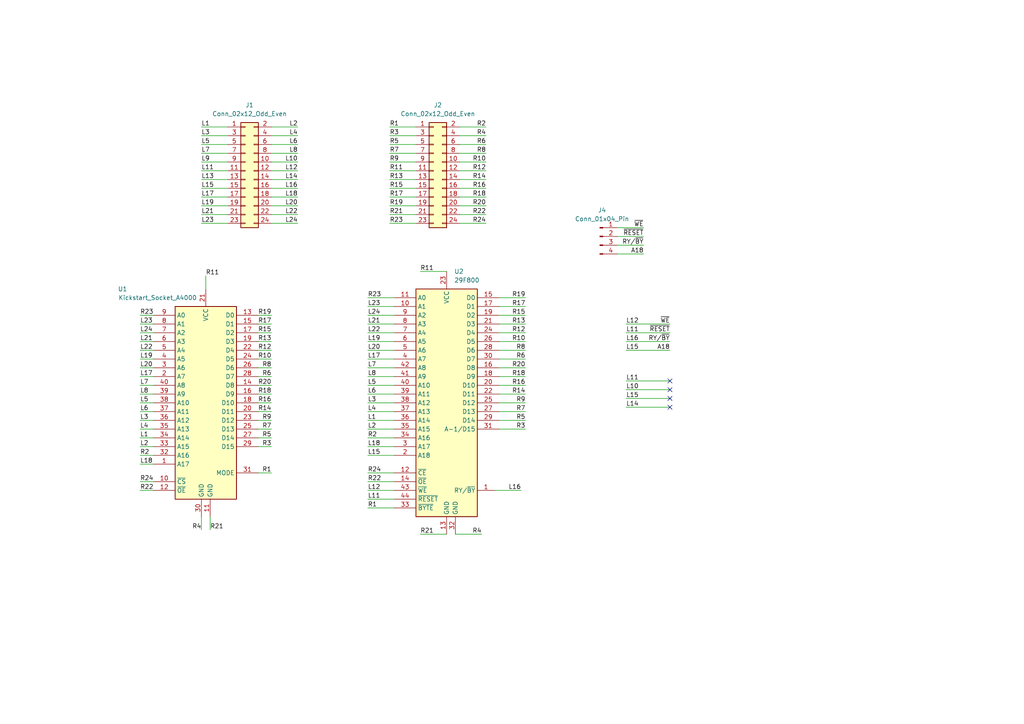
<source format=kicad_sch>
(kicad_sch (version 20230121) (generator eeschema)
  (paper "A4")
  (lib_symbols
    (symbol "Connector:Conn_01x04_Pin" (pin_names (offset 1.016) hide)
      (property "Reference" "J" (at 0 5.08 0))
      (property "Value" "Conn_01x04_Pin" (at 0 -7.62 0))
      (symbol "Conn_01x04_Pin_1_1"
        (polyline (pts (xy 1.27 -5.08) (xy 0.8636 -5.08)) (stroke (width 0.1524)))
        (polyline (pts (xy 1.27 -2.54) (xy 0.8636 -2.54)) (stroke (width 0.1524)))
        (polyline (pts (xy 1.27 0) (xy 0.8636 0)) (stroke (width 0.1524)))
        (polyline (pts (xy 1.27 2.54) (xy 0.8636 2.54)) (stroke (width 0.1524)))
        (rectangle (start 0.8636 -4.953) (end 0 -5.207) (stroke (width 0.1524)) (fill (type outline)))
        (rectangle (start 0.8636 -2.413) (end 0 -2.667) (stroke (width 0.1524)) (fill (type outline)))
        (rectangle (start 0.8636 0.127) (end 0 -0.127) (stroke (width 0.1524)) (fill (type outline)))
        (rectangle (start 0.8636 2.667) (end 0 2.413) (stroke (width 0.1524)) (fill (type outline)))
        (pin passive line (at 5.08 2.54 180) (length 3.81) (name "Pin_1") (number "1"))
        (pin passive line (at 5.08 0 180) (length 3.81) (name "Pin_2") (number "2"))
        (pin passive line (at 5.08 -2.54 180) (length 3.81) (name "Pin_3") (number "3"))
        (pin passive line (at 5.08 -5.08 180) (length 3.81) (name "Pin_4") (number "4"))
      )
    )
    (symbol "Connector_Generic:Conn_02x12_Odd_Even" (pin_names (offset 1.016) hide)
      (property "Reference" "J" (at 1.27 15.24 0))
      (property "Value" "Conn_02x12_Odd_Even" (at 1.27 -17.78 0))
      (symbol "Conn_02x12_Odd_Even_1_1"
        (rectangle (start -1.27 -15.113) (end 0 -15.367) (stroke (width 0.1524)))
        (rectangle (start -1.27 -12.573) (end 0 -12.827) (stroke (width 0.1524)))
        (rectangle (start -1.27 -10.033) (end 0 -10.287) (stroke (width 0.1524)))
        (rectangle (start -1.27 -7.493) (end 0 -7.747) (stroke (width 0.1524)))
        (rectangle (start -1.27 -4.953) (end 0 -5.207) (stroke (width 0.1524)))
        (rectangle (start -1.27 -2.413) (end 0 -2.667) (stroke (width 0.1524)))
        (rectangle (start -1.27 0.127) (end 0 -0.127) (stroke (width 0.1524)))
        (rectangle (start -1.27 2.667) (end 0 2.413) (stroke (width 0.1524)))
        (rectangle (start -1.27 5.207) (end 0 4.953) (stroke (width 0.1524)))
        (rectangle (start -1.27 7.747) (end 0 7.493) (stroke (width 0.1524)))
        (rectangle (start -1.27 10.287) (end 0 10.033) (stroke (width 0.1524)))
        (rectangle (start -1.27 12.827) (end 0 12.573) (stroke (width 0.1524)))
        (rectangle (start -1.27 13.97) (end 3.81 -16.51) (stroke (width 0.254)) (fill (type background)))
        (rectangle (start 3.81 -15.113) (end 2.54 -15.367) (stroke (width 0.1524)))
        (rectangle (start 3.81 -12.573) (end 2.54 -12.827) (stroke (width 0.1524)))
        (rectangle (start 3.81 -10.033) (end 2.54 -10.287) (stroke (width 0.1524)))
        (rectangle (start 3.81 -7.493) (end 2.54 -7.747) (stroke (width 0.1524)))
        (rectangle (start 3.81 -4.953) (end 2.54 -5.207) (stroke (width 0.1524)))
        (rectangle (start 3.81 -2.413) (end 2.54 -2.667) (stroke (width 0.1524)))
        (rectangle (start 3.81 0.127) (end 2.54 -0.127) (stroke (width 0.1524)))
        (rectangle (start 3.81 2.667) (end 2.54 2.413) (stroke (width 0.1524)))
        (rectangle (start 3.81 5.207) (end 2.54 4.953) (stroke (width 0.1524)))
        (rectangle (start 3.81 7.747) (end 2.54 7.493) (stroke (width 0.1524)))
        (rectangle (start 3.81 10.287) (end 2.54 10.033) (stroke (width 0.1524)))
        (rectangle (start 3.81 12.827) (end 2.54 12.573) (stroke (width 0.1524)))
        (pin passive line (at -5.08 12.7 0) (length 3.81) (name "Pin_1") (number "1"))
        (pin passive line (at 7.62 2.54 180) (length 3.81) (name "Pin_10") (number "10"))
        (pin passive line (at -5.08 0 0) (length 3.81) (name "Pin_11") (number "11"))
        (pin passive line (at 7.62 0 180) (length 3.81) (name "Pin_12") (number "12"))
        (pin passive line (at -5.08 -2.54 0) (length 3.81) (name "Pin_13") (number "13"))
        (pin passive line (at 7.62 -2.54 180) (length 3.81) (name "Pin_14") (number "14"))
        (pin passive line (at -5.08 -5.08 0) (length 3.81) (name "Pin_15") (number "15"))
        (pin passive line (at 7.62 -5.08 180) (length 3.81) (name "Pin_16") (number "16"))
        (pin passive line (at -5.08 -7.62 0) (length 3.81) (name "Pin_17") (number "17"))
        (pin passive line (at 7.62 -7.62 180) (length 3.81) (name "Pin_18") (number "18"))
        (pin passive line (at -5.08 -10.16 0) (length 3.81) (name "Pin_19") (number "19"))
        (pin passive line (at 7.62 12.7 180) (length 3.81) (name "Pin_2") (number "2"))
        (pin passive line (at 7.62 -10.16 180) (length 3.81) (name "Pin_20") (number "20"))
        (pin passive line (at -5.08 -12.7 0) (length 3.81) (name "Pin_21") (number "21"))
        (pin passive line (at 7.62 -12.7 180) (length 3.81) (name "Pin_22") (number "22"))
        (pin passive line (at -5.08 -15.24 0) (length 3.81) (name "Pin_23") (number "23"))
        (pin passive line (at 7.62 -15.24 180) (length 3.81) (name "Pin_24") (number "24"))
        (pin passive line (at -5.08 10.16 0) (length 3.81) (name "Pin_3") (number "3"))
        (pin passive line (at 7.62 10.16 180) (length 3.81) (name "Pin_4") (number "4"))
        (pin passive line (at -5.08 7.62 0) (length 3.81) (name "Pin_5") (number "5"))
        (pin passive line (at 7.62 7.62 180) (length 3.81) (name "Pin_6") (number "6"))
        (pin passive line (at -5.08 5.08 0) (length 3.81) (name "Pin_7") (number "7"))
        (pin passive line (at 7.62 5.08 180) (length 3.81) (name "Pin_8") (number "8"))
        (pin passive line (at -5.08 2.54 0) (length 3.81) (name "Pin_9") (number "9"))
      )
    )
    (symbol "Memory_Flash_29F800:29F800"
      (property "Reference" "U" (at -5.08 36.195 0))
      (property "Value" "29F800" (at -5.08 34.29 0))
      (symbol "29F800_0_1"
        (rectangle (start -8.89 33.02) (end 8.89 -33.02) (stroke (width 0.254)) (fill (type background)))
      )
      (symbol "29F800_1_1"
        (pin output line (at 13.97 -25.4 180) (length 5.08) (name "RY/~{BY}") (number "1"))
        (pin input line (at -15.24 27.94 0) (length 6.35) (name "A1") (number "10"))
        (pin input line (at -15.24 30.48 0) (length 6.35) (name "A0") (number "11"))
        (pin input line (at -15.24 -20.32 0) (length 6.35) (name "~{CE}") (number "12"))
        (pin power_in line (at 0 -38.1 90) (length 5.08) (name "GND") (number "13"))
        (pin input line (at -15.24 -22.86 0) (length 6.35) (name "~{OE}") (number "14"))
        (pin tri_state line (at 15.24 30.48 180) (length 6.35) (name "D0") (number "15"))
        (pin tri_state line (at 15.24 10.16 180) (length 6.35) (name "D8") (number "16"))
        (pin tri_state line (at 15.24 27.94 180) (length 6.35) (name "D1") (number "17"))
        (pin tri_state line (at 15.24 7.62 180) (length 6.35) (name "D9") (number "18"))
        (pin tri_state line (at 15.24 25.4 180) (length 6.35) (name "D2") (number "19"))
        (pin input line (at -15.24 -15.24 0) (length 6.35) (name "A18") (number "2"))
        (pin tri_state line (at 15.24 5.08 180) (length 6.35) (name "D10") (number "20"))
        (pin tri_state line (at 15.24 22.86 180) (length 6.35) (name "D3") (number "21"))
        (pin tri_state line (at 15.24 2.54 180) (length 6.35) (name "D11") (number "22"))
        (pin power_in line (at 0 38.1 270) (length 5.08) (name "VCC") (number "23"))
        (pin tri_state line (at 15.24 20.32 180) (length 6.35) (name "D4") (number "24"))
        (pin tri_state line (at 15.24 0 180) (length 6.35) (name "D12") (number "25"))
        (pin tri_state line (at 15.24 17.78 180) (length 6.35) (name "D5") (number "26"))
        (pin tri_state line (at 15.24 -2.54 180) (length 6.35) (name "D13") (number "27"))
        (pin tri_state line (at 15.24 15.24 180) (length 6.35) (name "D6") (number "28"))
        (pin tri_state line (at 15.24 -5.08 180) (length 6.35) (name "D14") (number "29"))
        (pin input line (at -15.24 -12.7 0) (length 6.35) (name "A17") (number "3"))
        (pin tri_state line (at 15.24 12.7 180) (length 6.35) (name "D7") (number "30"))
        (pin tri_state line (at 15.24 -7.62 180) (length 6.35) (name "A-1/D15") (number "31"))
        (pin power_in line (at 2.54 -38.1 90) (length 5.08) (name "GND") (number "32"))
        (pin input line (at -15.24 -30.48 0) (length 6.35) (name "~{BYTE}") (number "33"))
        (pin input line (at -15.24 -10.16 0) (length 6.35) (name "A16") (number "34"))
        (pin input line (at -15.24 -7.62 0) (length 6.35) (name "A15") (number "35"))
        (pin input line (at -15.24 -5.08 0) (length 6.35) (name "A14") (number "36"))
        (pin input line (at -15.24 -2.54 0) (length 6.35) (name "A13") (number "37"))
        (pin input line (at -15.24 0 0) (length 6.35) (name "A12") (number "38"))
        (pin input line (at -15.24 2.54 0) (length 6.35) (name "A11") (number "39"))
        (pin input line (at -15.24 12.7 0) (length 6.35) (name "A7") (number "4"))
        (pin input line (at -15.24 5.08 0) (length 6.35) (name "A10") (number "40"))
        (pin input line (at -15.24 7.62 0) (length 6.35) (name "A9") (number "41"))
        (pin input line (at -15.24 10.16 0) (length 6.35) (name "A8") (number "42"))
        (pin input line (at -15.24 -25.4 0) (length 6.35) (name "~{WE}") (number "43"))
        (pin input line (at -15.24 -27.94 0) (length 6.35) (name "~{RESET}") (number "44"))
        (pin input line (at -15.24 15.24 0) (length 6.35) (name "A6") (number "5"))
        (pin input line (at -15.24 17.78 0) (length 6.35) (name "A5") (number "6"))
        (pin input line (at -15.24 20.32 0) (length 6.35) (name "A4") (number "7"))
        (pin input line (at -15.24 22.86 0) (length 6.35) (name "A3") (number "8"))
        (pin input line (at -15.24 25.4 0) (length 6.35) (name "A2") (number "9"))
      )
    )
    (symbol "Memory_Flash_29F800:Kickstart_Socket_A4000"
      (property "Reference" "U1" (at -24.13 33.02 0))
      (property "Value" "Kickstart_Socket_A4000" (at -13.97 30.48 0))
      (symbol "Kickstart_Socket_A4000_0_1"
        (rectangle (start -8.89 27.94) (end 8.89 -27.94) (stroke (width 0.254)) (fill (type background)))
      )
      (symbol "Kickstart_Socket_A4000_1_1"
        (pin output line (at -15.24 -17.78 0) (length 6.35) (name "A17") (number "1"))
        (pin output line (at -15.24 -22.86 0) (length 6.35) (name "~{CS}") (number "10"))
        (pin power_out line (at 1.27 -33.02 90) (length 5.08) (name "GND") (number "11"))
        (pin output line (at -15.24 -25.4 0) (length 6.35) (name "~{OE}") (number "12"))
        (pin bidirectional line (at 15.24 25.4 180) (length 6.35) (name "D0") (number "13"))
        (pin bidirectional line (at 15.24 5.08 180) (length 6.35) (name "D8") (number "14"))
        (pin bidirectional line (at 15.24 22.86 180) (length 6.35) (name "D1") (number "15"))
        (pin bidirectional line (at 15.24 2.54 180) (length 6.35) (name "D9") (number "16"))
        (pin bidirectional line (at 15.24 20.32 180) (length 6.35) (name "D2") (number "17"))
        (pin bidirectional line (at 15.24 0 180) (length 6.35) (name "D10") (number "18"))
        (pin bidirectional line (at 15.24 17.78 180) (length 6.35) (name "D3") (number "19"))
        (pin output line (at -15.24 7.62 0) (length 6.35) (name "A7") (number "2"))
        (pin bidirectional line (at 15.24 -2.54 180) (length 6.35) (name "D11") (number "20"))
        (pin power_out line (at 0 33.02 270) (length 5.08) (name "VCC") (number "21"))
        (pin bidirectional line (at 15.24 15.24 180) (length 6.35) (name "D4") (number "22"))
        (pin bidirectional line (at 15.24 -5.08 180) (length 6.35) (name "D12") (number "23"))
        (pin bidirectional line (at 15.24 12.7 180) (length 6.35) (name "D5") (number "24"))
        (pin bidirectional line (at 15.24 -7.62 180) (length 6.35) (name "D13") (number "25"))
        (pin bidirectional line (at 15.24 10.16 180) (length 6.35) (name "D6") (number "26"))
        (pin bidirectional line (at 15.24 -10.16 180) (length 6.35) (name "D14") (number "27"))
        (pin bidirectional line (at 15.24 7.62 180) (length 6.35) (name "D7") (number "28"))
        (pin bidirectional line (at 15.24 -12.7 180) (length 6.35) (name "D15") (number "29"))
        (pin output line (at -15.24 10.16 0) (length 6.35) (name "A6") (number "3"))
        (pin power_out line (at -1.27 -33.02 90) (length 5.08) (name "GND") (number "30"))
        (pin output line (at 15.24 -20.32 180) (length 6.35) (name "MODE") (number "31"))
        (pin output line (at -15.24 -15.24 0) (length 6.35) (name "A16") (number "32"))
        (pin output line (at -15.24 -12.7 0) (length 6.35) (name "A15") (number "33"))
        (pin output line (at -15.24 -10.16 0) (length 6.35) (name "A14") (number "34"))
        (pin output line (at -15.24 -7.62 0) (length 6.35) (name "A13") (number "35"))
        (pin output line (at -15.24 -5.08 0) (length 6.35) (name "A12") (number "36"))
        (pin output line (at -15.24 -2.54 0) (length 6.35) (name "A11") (number "37"))
        (pin output line (at -15.24 0 0) (length 6.35) (name "A10") (number "38"))
        (pin output line (at -15.24 2.54 0) (length 6.35) (name "A9") (number "39"))
        (pin output line (at -15.24 12.7 0) (length 6.35) (name "A5") (number "4"))
        (pin output line (at -15.24 5.08 0) (length 6.35) (name "A8") (number "40"))
        (pin output line (at -15.24 15.24 0) (length 6.35) (name "A4") (number "5"))
        (pin output line (at -15.24 17.78 0) (length 6.35) (name "A3") (number "6"))
        (pin output line (at -15.24 20.32 0) (length 6.35) (name "A2") (number "7"))
        (pin output line (at -15.24 22.86 0) (length 6.35) (name "A1") (number "8"))
        (pin output line (at -15.24 25.4 0) (length 6.35) (name "A0") (number "9"))
      )
    )
  )
  (no_connect (at 194.31 118.11))
  (no_connect (at 194.31 110.49))
  (no_connect (at 194.31 115.57))
  (no_connect (at 194.31 113.03))
  (wire (pts (xy 152.4 124.46) (xy 144.78 124.46)))
  (wire (pts (xy 179.07 71.12) (xy 186.69 71.12)))
  (wire (pts (xy 106.68 93.98) (xy 114.3 93.98)))
  (wire (pts (xy 58.42 44.45) (xy 66.04 44.45)))
  (wire (pts (xy 144.78 101.6) (xy 152.4 101.6)))
  (wire (pts (xy 58.42 59.69) (xy 66.04 59.69)))
  (wire (pts (xy 106.68 106.68) (xy 114.3 106.68)))
  (wire (pts (xy 58.42 39.37) (xy 66.04 39.37)))
  (wire (pts (xy 106.68 88.9) (xy 114.3 88.9)))
  (wire (pts (xy 74.93 137.16) (xy 78.74 137.16)))
  (wire (pts (xy 113.03 62.23) (xy 120.65 62.23)))
  (wire (pts (xy 74.93 109.22) (xy 78.74 109.22)))
  (wire (pts (xy 106.68 111.76) (xy 114.3 111.76)))
  (wire (pts (xy 133.35 62.23) (xy 140.97 62.23)))
  (wire (pts (xy 74.93 124.46) (xy 78.74 124.46)))
  (wire (pts (xy 44.45 96.52) (xy 40.64 96.52)))
  (wire (pts (xy 133.35 59.69) (xy 140.97 59.69)))
  (wire (pts (xy 44.45 134.62) (xy 40.64 134.62)))
  (wire (pts (xy 78.74 49.53) (xy 86.36 49.53)))
  (wire (pts (xy 181.61 93.98) (xy 194.31 93.98)))
  (wire (pts (xy 114.3 91.44) (xy 106.68 91.44)))
  (wire (pts (xy 74.93 91.44) (xy 78.74 91.44)))
  (wire (pts (xy 44.45 111.76) (xy 40.64 111.76)))
  (wire (pts (xy 152.4 121.92) (xy 144.78 121.92)))
  (wire (pts (xy 144.78 109.22) (xy 152.4 109.22)))
  (wire (pts (xy 78.74 52.07) (xy 86.36 52.07)))
  (wire (pts (xy 181.61 115.57) (xy 194.31 115.57)))
  (wire (pts (xy 133.35 64.77) (xy 140.97 64.77)))
  (wire (pts (xy 78.74 44.45) (xy 86.36 44.45)))
  (wire (pts (xy 78.74 59.69) (xy 86.36 59.69)))
  (wire (pts (xy 74.93 114.3) (xy 78.74 114.3)))
  (wire (pts (xy 106.68 86.36) (xy 114.3 86.36)))
  (wire (pts (xy 74.93 129.54) (xy 78.74 129.54)))
  (wire (pts (xy 74.93 111.76) (xy 78.74 111.76)))
  (wire (pts (xy 181.61 101.6) (xy 194.31 101.6)))
  (wire (pts (xy 114.3 139.7) (xy 106.68 139.7)))
  (wire (pts (xy 114.3 124.46) (xy 106.68 124.46)))
  (wire (pts (xy 78.74 62.23) (xy 86.36 62.23)))
  (wire (pts (xy 58.42 64.77) (xy 66.04 64.77)))
  (wire (pts (xy 114.3 127) (xy 106.68 127)))
  (wire (pts (xy 181.61 113.03) (xy 194.31 113.03)))
  (wire (pts (xy 78.74 57.15) (xy 86.36 57.15)))
  (wire (pts (xy 113.03 57.15) (xy 120.65 57.15)))
  (wire (pts (xy 74.93 99.06) (xy 78.74 99.06)))
  (wire (pts (xy 44.45 119.38) (xy 40.64 119.38)))
  (wire (pts (xy 114.3 137.16) (xy 106.68 137.16)))
  (wire (pts (xy 113.03 46.99) (xy 120.65 46.99)))
  (wire (pts (xy 78.74 46.99) (xy 86.36 46.99)))
  (wire (pts (xy 44.45 129.54) (xy 40.64 129.54)))
  (wire (pts (xy 113.03 36.83) (xy 120.65 36.83)))
  (wire (pts (xy 44.45 114.3) (xy 40.64 114.3)))
  (wire (pts (xy 44.45 91.44) (xy 40.64 91.44)))
  (wire (pts (xy 58.42 57.15) (xy 66.04 57.15)))
  (wire (pts (xy 113.03 49.53) (xy 120.65 49.53)))
  (wire (pts (xy 114.3 142.24) (xy 106.68 142.24)))
  (wire (pts (xy 179.07 66.04) (xy 186.69 66.04)))
  (wire (pts (xy 133.35 36.83) (xy 140.97 36.83)))
  (wire (pts (xy 113.03 59.69) (xy 120.65 59.69)))
  (wire (pts (xy 132.08 154.94) (xy 139.7 154.94)))
  (wire (pts (xy 144.78 99.06) (xy 152.4 99.06)))
  (wire (pts (xy 74.93 116.84) (xy 78.74 116.84)))
  (wire (pts (xy 44.45 142.24) (xy 40.64 142.24)))
  (wire (pts (xy 152.4 119.38) (xy 144.78 119.38)))
  (wire (pts (xy 181.61 110.49) (xy 194.31 110.49)))
  (wire (pts (xy 106.68 144.78) (xy 114.3 144.78)))
  (wire (pts (xy 152.4 91.44) (xy 144.78 91.44)))
  (wire (pts (xy 58.42 49.53) (xy 66.04 49.53)))
  (wire (pts (xy 44.45 124.46) (xy 40.64 124.46)))
  (wire (pts (xy 114.3 114.3) (xy 106.68 114.3)))
  (wire (pts (xy 74.93 106.68) (xy 78.74 106.68)))
  (wire (pts (xy 74.93 96.52) (xy 78.74 96.52)))
  (wire (pts (xy 58.42 62.23) (xy 66.04 62.23)))
  (wire (pts (xy 133.35 52.07) (xy 140.97 52.07)))
  (wire (pts (xy 181.61 96.52) (xy 194.31 96.52)))
  (wire (pts (xy 78.74 41.91) (xy 86.36 41.91)))
  (wire (pts (xy 44.45 93.98) (xy 40.64 93.98)))
  (wire (pts (xy 144.78 111.76) (xy 152.4 111.76)))
  (wire (pts (xy 74.93 93.98) (xy 78.74 93.98)))
  (wire (pts (xy 58.42 54.61) (xy 66.04 54.61)))
  (wire (pts (xy 179.07 68.58) (xy 186.69 68.58)))
  (wire (pts (xy 106.68 132.08) (xy 114.3 132.08)))
  (wire (pts (xy 44.45 132.08) (xy 40.64 132.08)))
  (wire (pts (xy 44.45 99.06) (xy 40.64 99.06)))
  (wire (pts (xy 114.3 129.54) (xy 106.68 129.54)))
  (wire (pts (xy 74.93 121.92) (xy 78.74 121.92)))
  (wire (pts (xy 152.4 88.9) (xy 144.78 88.9)))
  (wire (pts (xy 106.68 104.14) (xy 114.3 104.14)))
  (wire (pts (xy 144.78 114.3) (xy 152.4 114.3)))
  (wire (pts (xy 74.93 127) (xy 78.74 127)))
  (wire (pts (xy 44.45 101.6) (xy 40.64 101.6)))
  (wire (pts (xy 78.74 64.77) (xy 86.36 64.77)))
  (wire (pts (xy 152.4 93.98) (xy 144.78 93.98)))
  (wire (pts (xy 181.61 118.11) (xy 194.31 118.11)))
  (wire (pts (xy 144.78 104.14) (xy 152.4 104.14)))
  (wire (pts (xy 144.78 106.68) (xy 152.4 106.68)))
  (wire (pts (xy 133.35 57.15) (xy 140.97 57.15)))
  (wire (pts (xy 59.69 80.01) (xy 59.69 83.82)))
  (wire (pts (xy 106.68 121.92) (xy 114.3 121.92)))
  (wire (pts (xy 58.42 52.07) (xy 66.04 52.07)))
  (wire (pts (xy 121.92 154.94) (xy 129.54 154.94)))
  (wire (pts (xy 113.03 41.91) (xy 120.65 41.91)))
  (wire (pts (xy 152.4 116.84) (xy 144.78 116.84)))
  (wire (pts (xy 133.35 44.45) (xy 140.97 44.45)))
  (wire (pts (xy 133.35 39.37) (xy 140.97 39.37)))
  (wire (pts (xy 58.42 36.83) (xy 66.04 36.83)))
  (wire (pts (xy 133.35 41.91) (xy 140.97 41.91)))
  (wire (pts (xy 113.03 39.37) (xy 120.65 39.37)))
  (wire (pts (xy 58.42 41.91) (xy 66.04 41.91)))
  (wire (pts (xy 74.93 101.6) (xy 78.74 101.6)))
  (wire (pts (xy 113.03 64.77) (xy 120.65 64.77)))
  (wire (pts (xy 114.3 119.38) (xy 106.68 119.38)))
  (wire (pts (xy 60.96 149.86) (xy 60.96 153.67)))
  (wire (pts (xy 44.45 127) (xy 40.64 127)))
  (wire (pts (xy 179.07 73.66) (xy 186.69 73.66)))
  (wire (pts (xy 58.42 46.99) (xy 66.04 46.99)))
  (wire (pts (xy 74.93 119.38) (xy 78.74 119.38)))
  (wire (pts (xy 44.45 104.14) (xy 40.64 104.14)))
  (wire (pts (xy 181.61 99.06) (xy 194.31 99.06)))
  (wire (pts (xy 114.3 96.52) (xy 106.68 96.52)))
  (wire (pts (xy 44.45 106.68) (xy 40.64 106.68)))
  (wire (pts (xy 133.35 46.99) (xy 140.97 46.99)))
  (wire (pts (xy 143.51 142.24) (xy 151.13 142.24)))
  (wire (pts (xy 106.68 147.32) (xy 114.3 147.32)))
  (wire (pts (xy 152.4 86.36) (xy 144.78 86.36)))
  (wire (pts (xy 144.78 96.52) (xy 152.4 96.52)))
  (wire (pts (xy 113.03 44.45) (xy 120.65 44.45)))
  (wire (pts (xy 78.74 36.83) (xy 86.36 36.83)))
  (wire (pts (xy 78.74 39.37) (xy 86.36 39.37)))
  (wire (pts (xy 44.45 139.7) (xy 40.64 139.7)))
  (wire (pts (xy 114.3 101.6) (xy 106.68 101.6)))
  (wire (pts (xy 74.93 104.14) (xy 78.74 104.14)))
  (wire (pts (xy 133.35 54.61) (xy 140.97 54.61)))
  (wire (pts (xy 121.92 78.74) (xy 129.54 78.74)))
  (wire (pts (xy 133.35 49.53) (xy 140.97 49.53)))
  (wire (pts (xy 113.03 52.07) (xy 120.65 52.07)))
  (wire (pts (xy 114.3 109.22) (xy 106.68 109.22)))
  (wire (pts (xy 78.74 54.61) (xy 86.36 54.61)))
  (wire (pts (xy 44.45 109.22) (xy 40.64 109.22)))
  (wire (pts (xy 113.03 54.61) (xy 120.65 54.61)))
  (wire (pts (xy 44.45 116.84) (xy 40.64 116.84)))
  (wire (pts (xy 106.68 116.84) (xy 114.3 116.84)))
  (wire (pts (xy 44.45 121.92) (xy 40.64 121.92)))
  (wire (pts (xy 58.42 149.86) (xy 58.42 153.67)))
  (wire (pts (xy 106.68 99.06) (xy 114.3 99.06)))
  (label "R22" (at 106.68 139.7 0))
  (label "R3" (at 78.74 129.54 180))
  (label "R13" (at 78.74 99.06 180))
  (label "R22" (at 40.64 142.24 0))
  (label "R8" (at 152.4 101.6 180))
  (label "L19" (at 106.68 99.06 0))
  (label "L20" (at 106.68 101.6 0))
  (label "R13" (at 113.03 52.07 0))
  (label "L19" (at 40.64 104.14 0))
  (label "L23" (at 58.42 64.77 0))
  (label "L3" (at 58.42 39.37 0))
  (label "L2" (at 86.36 36.83 180))
  (label "R15" (at 152.4 91.44 180))
  (label "L4" (at 86.36 39.37 180))
  (label "L4" (at 106.68 119.38 0))
  (label "R2" (at 106.68 127 0))
  (label "L7" (at 58.42 44.45 0))
  (label "R14" (at 140.97 52.07 180))
  (label "L8" (at 106.68 109.22 0))
  (label "L2" (at 40.64 129.54 0))
  (label "R5" (at 78.74 127 180))
  (label "L1" (at 40.64 127 0))
  (label "L22" (at 106.68 96.52 0))
  (label "R24" (at 40.64 139.7 0))
  (label "R3" (at 113.03 39.37 0))
  (label "R5" (at 152.4 121.92 180))
  (label "L6" (at 106.68 114.3 0))
  (label "L18" (at 106.68 129.54 0))
  (label "RY{slash}~{BY}" (at 194.31 99.06 180))
  (label "L11" (at 106.68 144.78 0))
  (label "R6" (at 140.97 41.91 180))
  (label "R7" (at 113.03 44.45 0))
  (label "L11" (at 58.42 49.53 0))
  (label "L9" (at 58.42 46.99 0))
  (label "R22" (at 140.97 62.23 180))
  (label "L21" (at 106.68 93.98 0))
  (label "L2" (at 106.68 124.46 0))
  (label "L12" (at 181.61 93.98 0))
  (label "R15" (at 113.03 54.61 0))
  (label "R21" (at 121.92 154.94 0))
  (label "L17" (at 58.42 57.15 0))
  (label "L24" (at 106.68 91.44 0))
  (label "R11" (at 121.92 78.74 0))
  (label "R6" (at 152.4 104.14 180))
  (label "R16" (at 78.74 116.84 180))
  (label "L21" (at 40.64 99.06 0))
  (label "L11" (at 181.61 96.52 0))
  (label "A18" (at 186.69 73.66 180))
  (label "L15" (at 106.68 132.08 0))
  (label "R1" (at 106.68 147.32 0))
  (label "R12" (at 140.97 49.53 180))
  (label "R16" (at 152.4 111.76 180))
  (label "R14" (at 78.74 119.38 180))
  (label "L17" (at 106.68 104.14 0))
  (label "L22" (at 86.36 62.23 180))
  (label "R24" (at 106.68 137.16 0))
  (label "L15" (at 181.61 115.57 0))
  (label "L16" (at 181.61 99.06 0))
  (label "R1" (at 113.03 36.83 0))
  (label "L18" (at 86.36 57.15 180))
  (label "L5" (at 58.42 41.91 0))
  (label "L3" (at 106.68 116.84 0))
  (label "L6" (at 40.64 119.38 0))
  (label "R17" (at 78.74 93.98 180))
  (label "L14" (at 86.36 52.07 180))
  (label "R8" (at 140.97 44.45 180))
  (label "L13" (at 58.42 52.07 0))
  (label "R2" (at 140.97 36.83 180))
  (label "R4" (at 58.42 153.67 180))
  (label "R11" (at 59.69 80.01 0))
  (label "R15" (at 78.74 96.52 180))
  (label "L24" (at 86.36 64.77 180))
  (label "L3" (at 40.64 121.92 0))
  (label "L20" (at 86.36 59.69 180))
  (label "~{RESET}" (at 194.31 96.52 180))
  (label "L1" (at 106.68 121.92 0))
  (label "R12" (at 152.4 96.52 180))
  (label "R17" (at 152.4 88.9 180))
  (label "R9" (at 78.74 121.92 180))
  (label "R23" (at 106.68 86.36 0))
  (label "L10" (at 86.36 46.99 180))
  (label "R3" (at 152.4 124.46 180))
  (label "R1" (at 78.74 137.16 180))
  (label "R6" (at 78.74 109.22 180))
  (label "R18" (at 140.97 57.15 180))
  (label "R20" (at 152.4 106.68 180))
  (label "L18" (at 40.64 134.62 0))
  (label "R10" (at 78.74 104.14 180))
  (label "R7" (at 152.4 119.38 180))
  (label "L8" (at 40.64 114.3 0))
  (label "L10" (at 181.61 113.03 0))
  (label "R2" (at 40.64 132.08 0))
  (label "R21" (at 113.03 62.23 0))
  (label "L21" (at 58.42 62.23 0))
  (label "R11" (at 113.03 49.53 0))
  (label "L11" (at 181.61 110.49 0))
  (label "R4" (at 140.97 39.37 180))
  (label "L7" (at 40.64 111.76 0))
  (label "~{WE}" (at 194.31 93.98 180))
  (label "R10" (at 140.97 46.99 180))
  (label "R16" (at 140.97 54.61 180))
  (label "R20" (at 140.97 59.69 180))
  (label "L5" (at 40.64 116.84 0))
  (label "L8" (at 86.36 44.45 180))
  (label "R23" (at 113.03 64.77 0))
  (label "R18" (at 152.4 109.22 180))
  (label "R19" (at 78.74 91.44 180))
  (label "L16" (at 86.36 54.61 180))
  (label "L14" (at 181.61 118.11 0))
  (label "R19" (at 113.03 59.69 0))
  (label "L15" (at 181.61 101.6 0))
  (label "R12" (at 78.74 101.6 180))
  (label "R21" (at 60.96 153.67 0))
  (label "RY{slash}~{BY}" (at 186.69 71.12 180))
  (label "L7" (at 106.68 106.68 0))
  (label "L24" (at 40.64 96.52 0))
  (label "L20" (at 40.64 106.68 0))
  (label "L23" (at 106.68 88.9 0))
  (label "L5" (at 106.68 111.76 0))
  (label "L17" (at 40.64 109.22 0))
  (label "L22" (at 40.64 101.6 0))
  (label "R13" (at 152.4 93.98 180))
  (label "R18" (at 78.74 114.3 180))
  (label "A18" (at 194.31 101.6 180))
  (label "R4" (at 139.7 154.94 180))
  (label "R17" (at 113.03 57.15 0))
  (label "L15" (at 58.42 54.61 0))
  (label "L23" (at 40.64 93.98 0))
  (label "L19" (at 58.42 59.69 0))
  (label "L12" (at 86.36 49.53 180))
  (label "R10" (at 152.4 99.06 180))
  (label "R20" (at 78.74 111.76 180))
  (label "L12" (at 106.68 142.24 0))
  (label "R9" (at 113.03 46.99 0))
  (label "R24" (at 140.97 64.77 180))
  (label "L1" (at 58.42 36.83 0))
  (label "R23" (at 40.64 91.44 0))
  (label "L6" (at 86.36 41.91 180))
  (label "R5" (at 113.03 41.91 0))
  (label "R19" (at 152.4 86.36 180))
  (label "R8" (at 78.74 106.68 180))
  (label "L16" (at 151.13 142.24 180))
  (label "R7" (at 78.74 124.46 180))
  (label "R9" (at 152.4 116.84 180))
  (label "L4" (at 40.64 124.46 0))
  (label "~{WE}" (at 186.69 66.04 180))
  (label "~{RESET}" (at 186.69 68.58 180))
  (label "R14" (at 152.4 114.3 180))
  (symbol (lib_id "Connector_Generic:Conn_02x12_Odd_Even") (at 71.12 49.53 0) (unit 1)
    (property "Reference" "J1" (at 72.39 30.48 0))
    (property "Value" "Conn_02x12_Odd_Even" (at 72.39 33.02 0))
    (property "Footprint" "Connector_PinSocket_2.54mm:PinSocket_2x12_P2.54mm_Vertical" (effects hide))
  )
  (symbol (lib_id "Memory_Flash_29F800:Kickstart_Socket_A4000") (at 59.69 116.84 0) (unit 1)
    (property "Reference" "U1" (at 35.56 83.82 0))
    (property "Value" "Kickstart_Socket_A4000" (at 45.72 86.36 0))
    (property "Footprint" "Package_DIP:DIP-40_W15.24mm_Socket_LongPads" (effects hide))
    (property "Datasheet" "http://amigawiki.de/dnl/schematics/A4000_Rb.pdf" (effects hide))
  )
  (symbol (lib_id "Memory_Flash_29F800:29F800") (at 129.54 116.84 0) (unit 1) (in_bom no) (on_board no)
    (property "Reference" "U2" (at 131.7341 78.74 0) (effects (justify left)))
    (property "Value" "29F800" (at 131.7341 81.28 0) (effects (justify left)))
    (property "Footprint" "Package_SO:PSOP-44_16.9x27.17mm_P1.27mm" (effects hide))
    (property "Datasheet" "http://pdf.datasheetcatalog.com/datasheet/macronix/MX29F800TMI-90.pdf" (effects hide))
  )
  (symbol (lib_id "Connector_Generic:Conn_02x12_Odd_Even") (at 125.73 49.53 0) (unit 1)
    (property "Reference" "J2" (at 127 30.48 0))
    (property "Value" "Conn_02x12_Odd_Even" (at 127 33.02 0))
    (property "Footprint" "Connector_PinSocket_2.54mm:PinSocket_2x12_P2.54mm_Vertical" (effects hide))
  )
  (symbol (lib_id "Connector:Conn_01x04_Pin") (at 173.99 68.58 0) (unit 1)
    (property "Reference" "J4" (at 174.625 60.96 0))
    (property "Value" "Conn_01x04_Pin" (at 174.625 63.5 0))
    (property "Footprint" "Connector_PinHeader_2.54mm:PinHeader_1x04_P2.54mm_Vertical" (effects hide))
  )
)
</source>
